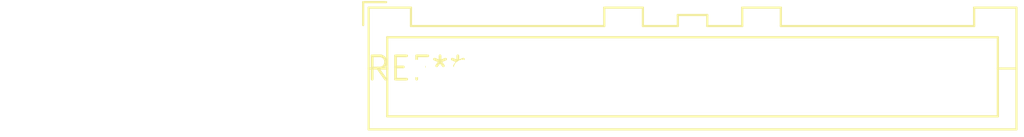
<source format=kicad_pcb>
(kicad_pcb (version 20240108) (generator pcbnew)
  (layers (0 "F.Cu" signal) (31 "B.Cu" signal) (34 "B.Paste" user) (35 "F.Paste" user) (36 "B.SilkS" user "B.Silkscreen") (37 "F.SilkS" user "F.Silkscreen") (38 "B.Mask" user) (39 "F.Mask" user) (44 "Edge.Cuts" user))
  (net 0 "")
  (footprint "JST_XA_B13B-XASK-1_1x13_P2.50mm_Vertical" (layer "F.Cu") (at 0 0)
    (property "Reference" "REF**")
    (property "Value" "JST_XA_B13B-XASK-1_1x13_P2.50mm_Vertical")
    (fp_line (start -2.91 -3.61) (end -2.91 -2.36) (layer "F.SilkS") (stroke (width 0.12)))
    (fp_line (start -2.61 -3.31) (end -2.61 3.31) (layer "F.SilkS") (stroke (width 0.12)))
    (fp_line (start -2.61 0) (end -1.6 0) (layer "F.SilkS") (stroke (width 0.12)))
    (fp_line (start -2.61 3.31) (end 32.61 3.31) (layer "F.SilkS") (stroke (width 0.12)))
    (fp_line (start -1.66 -3.61) (end -2.91 -3.61) (layer "F.SilkS") (stroke (width 0.12)))
    (fp_line (start -1.6 -1.7) (end -1.6 2.6) (layer "F.SilkS") (stroke (width 0.12)))
    (fp_line (start -1.6 2.6) (end 31.6 2.6) (layer "F.SilkS") (stroke (width 0.12)))
    (fp_line (start -0.31 -3.31) (end -2.61 -3.31) (layer "F.SilkS") (stroke (width 0.12)))
    (fp_line (start -0.31 -2.31) (end -0.31 -3.31) (layer "F.SilkS") (stroke (width 0.12)))
    (fp_line (start 10.2 -3.31) (end 10.2 -2.31) (layer "F.SilkS") (stroke (width 0.12)))
    (fp_line (start 10.2 -2.31) (end -0.31 -2.31) (layer "F.SilkS") (stroke (width 0.12)))
    (fp_line (start 12.3 -3.31) (end 10.2 -3.31) (layer "F.SilkS") (stroke (width 0.12)))
    (fp_line (start 12.3 -2.31) (end 12.3 -3.31) (layer "F.SilkS") (stroke (width 0.12)))
    (fp_line (start 14.2 -2.91) (end 14.2 -2.31) (layer "F.SilkS") (stroke (width 0.12)))
    (fp_line (start 14.2 -2.31) (end 12.3 -2.31) (layer "F.SilkS") (stroke (width 0.12)))
    (fp_line (start 15.8 -2.91) (end 14.2 -2.91) (layer "F.SilkS") (stroke (width 0.12)))
    (fp_line (start 15.8 -2.31) (end 15.8 -2.91) (layer "F.SilkS") (stroke (width 0.12)))
    (fp_line (start 17.7 -3.31) (end 17.7 -2.31) (layer "F.SilkS") (stroke (width 0.12)))
    (fp_line (start 17.7 -2.31) (end 15.8 -2.31) (layer "F.SilkS") (stroke (width 0.12)))
    (fp_line (start 19.8 -3.31) (end 17.7 -3.31) (layer "F.SilkS") (stroke (width 0.12)))
    (fp_line (start 19.8 -2.31) (end 19.8 -3.31) (layer "F.SilkS") (stroke (width 0.12)))
    (fp_line (start 30.31 -3.31) (end 30.31 -2.31) (layer "F.SilkS") (stroke (width 0.12)))
    (fp_line (start 30.31 -2.31) (end 19.8 -2.31) (layer "F.SilkS") (stroke (width 0.12)))
    (fp_line (start 31.6 -1.7) (end -1.6 -1.7) (layer "F.SilkS") (stroke (width 0.12)))
    (fp_line (start 31.6 2.6) (end 31.6 -1.7) (layer "F.SilkS") (stroke (width 0.12)))
    (fp_line (start 32.61 -3.31) (end 30.31 -3.31) (layer "F.SilkS") (stroke (width 0.12)))
    (fp_line (start 32.61 0) (end 31.6 0) (layer "F.SilkS") (stroke (width 0.12)))
    (fp_line (start 32.61 3.31) (end 32.61 -3.31) (layer "F.SilkS") (stroke (width 0.12)))
    (pad "1" thru_hole roundrect (at 0 0) (size 1.7 1.95) (drill 0.95) (layers *.Cu *.Mask) (remove_unused_layers) (roundrect_rratio 0.147059))
    (pad "2" thru_hole oval (at 2.5 0) (size 1.7 1.95) (drill 0.95) (layers *.Cu *.Mask) (remove_unused_layers))
    (pad "3" thru_hole oval (at 5 0) (size 1.7 1.95) (drill 0.95) (layers *.Cu *.Mask) (remove_unused_layers))
    (pad "4" thru_hole oval (at 7.5 0) (size 1.7 1.95) (drill 0.95) (layers *.Cu *.Mask) (remove_unused_layers))
    (pad "5" thru_hole oval (at 10 0) (size 1.7 1.95) (drill 0.95) (layers *.Cu *.Mask) (remove_unused_layers))
    (pad "6" thru_hole oval (at 12.5 0) (size 1.7 1.95) (drill 0.95) (layers *.Cu *.Mask) (remove_unused_layers))
    (pad "7" thru_hole oval (at 15 0) (size 1.7 1.95) (drill 0.95) (layers *.Cu *.Mask) (remove_unused_layers))
    (pad "8" thru_hole oval (at 17.5 0) (size 1.7 1.95) (drill 0.95) (layers *.Cu *.Mask) (remove_unused_layers))
    (pad "9" thru_hole oval (at 20 0) (size 1.7 1.95) (drill 0.95) (layers *.Cu *.Mask) (remove_unused_layers))
    (pad "10" thru_hole oval (at 22.5 0) (size 1.7 1.95) (drill 0.95) (layers *.Cu *.Mask) (remove_unused_layers))
    (pad "11" thru_hole oval (at 25 0) (size 1.7 1.95) (drill 0.95) (layers *.Cu *.Mask) (remove_unused_layers))
    (pad "12" thru_hole oval (at 27.5 0) (size 1.7 1.95) (drill 0.95) (layers *.Cu *.Mask) (remove_unused_layers))
    (pad "13" thru_hole oval (at 30 0) (size 1.7 1.95) (drill 0.95) (layers *.Cu *.Mask) (remove_unused_layers))
  )
)
</source>
